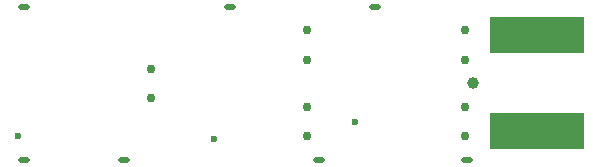
<source format=gbr>
%FSTAX25Y25*%
%MOMM*%
%SFA1B1*%

%IPPOS*%
%ADD38O,0.999998X0.499999*%
%ADD39O,0.999998X0.499999*%
%ADD40O,0.999998X0.499999*%
%ADD41O,0.999998X0.499999*%
%ADD42O,0.999998X0.499999*%
%ADD43O,0.999998X0.499999*%
%ADD44O,0.999998X0.499999*%
%ADD45C,0.761998*%
%ADD46R,7.999984X3.099994*%
%ADD47C,0.999998*%
%ADD48C,0.599999*%
%LNmicamp_pth_drill-1*%
%LPD*%
G54D38*
X-4349998Y0649998D03*
G54D39*
X-4349998Y-0649998D03*
G54D40*
X-3499998Y-0649998D03*
G54D41*
X-2599999Y0649998D03*
G54D42*
X-1849998Y-0649998D03*
G54D43*
X-1374998Y0649998D03*
G54D44*
X-0599998Y-0649998D03*
G54D45*
X-1949998Y-0449999D03*
Y-0199999D03*
X-3274999Y-0124998D03*
Y0124998D03*
X-1949998Y0199999D03*
Y0449999D03*
X-0609998Y-0199999D03*
Y-0449999D03*
Y0449999D03*
Y0199999D03*
G54D46*
X0Y-0405998D03*
Y0405998D03*
G54D47*
X-0549998Y0D03*
G54D48*
X-1546199Y-0331299D03*
X-2738993Y-0469999D03*
X-4399998Y-0444997D03*
M02*
</source>
